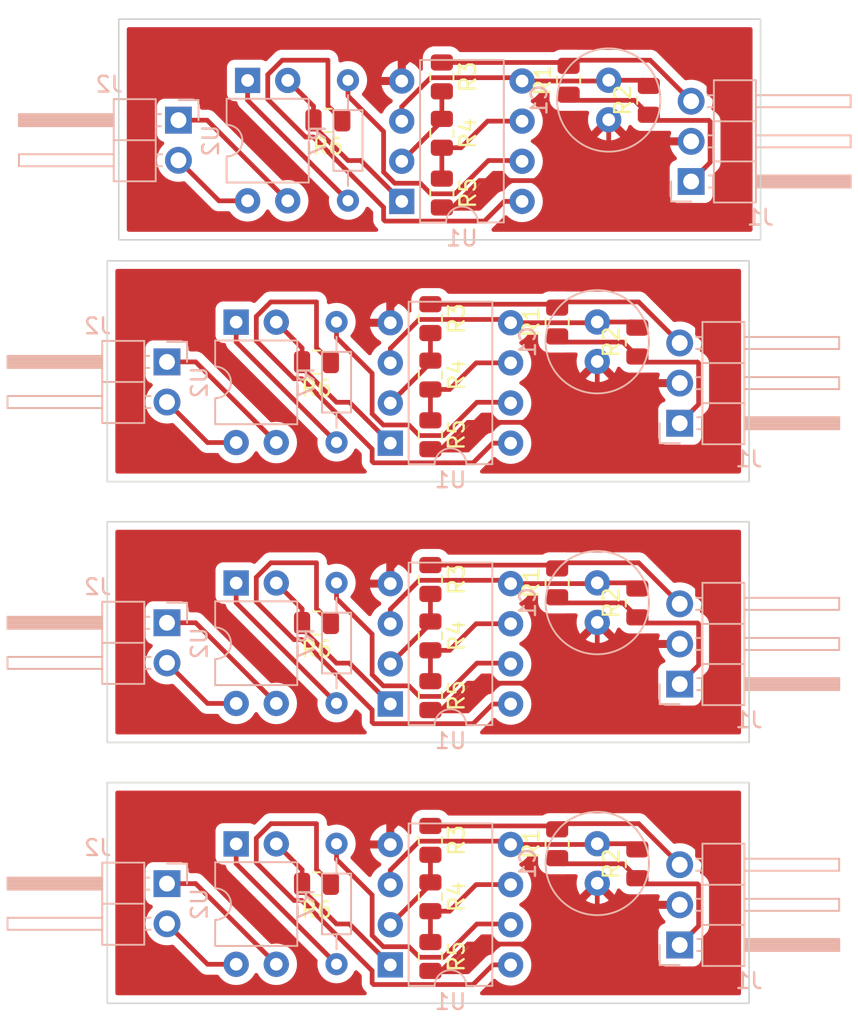
<source format=kicad_pcb>
(kicad_pcb (version 20211014) (generator pcbnew)
  (layers (0 "F.Cu" signal) (31 "B.Cu" signal) (34 "B.Paste" user) (35 "F.Paste" user) (36 "B.SilkS" user "B.Silkscreen") (37 "F.SilkS" user "F.Silkscreen") (38 "B.Mask" user) (39 "F.Mask" user) (44 "Edge.Cuts" user))
  (net 0 "")
  (net 1 "Net-(C1-Pad1)")
  (net 2 "GND")
  (net 3 "Net-(J1-Pad1)")
  (net 4 "+5V")
  (net 5 "Net-(J2-Pad1)")
  (net 6 "Net-(J2-Pad2)")
  (net 7 "Net-(R3-Pad2)")
  (net 8 "Net-(R4-Pad2)")
  (net 9 "Net-(R6-Pad2)")
  (net 10 "Net-(R7-Pad1)")
  (net 11 "Net-(R7-Pad2)")
  (footprint "Resistor_SMD:R_0805_2012Metric" (layer "F.Cu") (at 138.025 101.147064 -90)
    (fp_text reference "R4")
    (fp_text value "10K")
  )
  (footprint "Resistor_SMD:R_0805_2012Metric" (layer "F.Cu") (at 137.3 145.897064 -90)
    (fp_text reference "R3")
    (fp_text value "10K")
  )
  (footprint "Resistor_SMD:R_0805_2012Metric" (layer "F.Cu") (at 137.3 112.877064 -90)
    (fp_text reference "R3")
    (fp_text value "10K")
  )
  (footprint "Resistor_SMD:R_0805_2012Metric" (layer "F.Cu") (at 137.3 153.247064 -90)
    (fp_text reference "R5")
    (fp_text value "10K")
  )
  (footprint "Resistor_SMD:R_0805_2012Metric" (layer "F.Cu") (at 130.085 148.65 180)
    (fp_text reference "R6")
    (fp_text value "10K")
  )
  (footprint "Resistor_SMD:R_0805_2012Metric" (layer "F.Cu") (at 137.3 129.387064 -90)
    (fp_text reference "R3")
    (fp_text value "10K")
  )
  (footprint "Resistor_SMD:R_0805_2012Metric" (layer "F.Cu") (at 137.3 116.447064 -90)
    (fp_text reference "R4")
    (fp_text value "10K")
  )
  (footprint "Resistor_SMD:R_0805_2012Metric" (layer "F.Cu") (at 137.3 132.957064 -90)
    (fp_text reference "R4")
    (fp_text value "10K")
  )
  (footprint "Resistor_SMD:R_0805_2012Metric" (layer "F.Cu") (at 145.325 113.09 90)
    (fp_text reference "R1")
    (fp_text value "1M")
  )
  (footprint "Resistor_SMD:R_0805_2012Metric" (layer "F.Cu") (at 146.05 97.79 90)
    (fp_text reference "R1")
    (fp_text value "1M")
  )
  (footprint "Resistor_SMD:R_0805_2012Metric" (layer "F.Cu") (at 138.025 97.577064 -90)
    (fp_text reference "R3")
    (fp_text value "10K")
  )
  (footprint "Resistor_SMD:R_0805_2012Metric" (layer "F.Cu") (at 145.325 146.11 90)
    (fp_text reference "R1")
    (fp_text value "1M")
  )
  (footprint "Resistor_SMD:R_0805_2012Metric" (layer "F.Cu") (at 145.325 129.6 90)
    (fp_text reference "R1")
    (fp_text value "1M")
  )
  (footprint "Resistor_SMD:R_0805_2012Metric" (layer "F.Cu") (at 150.405 114.36 90)
    (fp_text reference "R2")
    (fp_text value "100K")
  )
  (footprint "Resistor_SMD:R_0805_2012Metric" (layer "F.Cu") (at 130.085 132.14 180)
    (fp_text reference "R6")
    (fp_text value "10K")
  )
  (footprint "Resistor_SMD:R_0805_2012Metric" (layer "F.Cu") (at 130.81 100.33 180)
    (fp_text reference "R6")
    (fp_text value "10K")
  )
  (footprint "Resistor_SMD:R_0805_2012Metric" (layer "F.Cu") (at 130.085 115.63 180)
    (fp_text reference "R6")
    (fp_text value "10K")
  )
  (footprint "Resistor_SMD:R_0805_2012Metric" (layer "F.Cu") (at 138.025 104.927064 -90)
    (fp_text reference "R5")
    (fp_text value "10K")
  )
  (footprint "Resistor_SMD:R_0805_2012Metric" (layer "F.Cu") (at 137.3 120.227064 -90)
    (fp_text reference "R5")
    (fp_text value "10K")
  )
  (footprint "Resistor_SMD:R_0805_2012Metric" (layer "F.Cu") (at 151.13 99.06 90)
    (fp_text reference "R2")
    (fp_text value "100K")
  )
  (footprint "Resistor_SMD:R_0805_2012Metric" (layer "F.Cu") (at 150.405 130.87 90)
    (fp_text reference "R2")
    (fp_text value "100K")
  )
  (footprint "Resistor_SMD:R_0805_2012Metric" (layer "F.Cu") (at 150.405 147.38 90)
    (fp_text reference "R2")
    (fp_text value "100K")
  )
  (footprint "Resistor_SMD:R_0805_2012Metric" (layer "F.Cu") (at 137.3 136.737064 -90)
    (fp_text reference "R5")
    (fp_text value "10K")
  )
  (footprint "Resistor_SMD:R_0805_2012Metric" (layer "F.Cu") (at 137.3 149.467064 -90)
    (fp_text reference "R4")
    (fp_text value "10K")
  )
  (footprint "Package_DIP:DIP-4_W7.62mm" (layer "B.Cu") (at 125 113.1 -90)
    (fp_text reference "U2")
    (fp_text value "SFH617A-1")
  )
  (footprint "Capacitor_THT:C_Radial_D6.3mm_H11.0mm_P2.50mm" (layer "B.Cu") (at 147.865 146.11 -90)
    (fp_text reference "C1")
    (fp_text value "10uF")
  )
  (footprint "Connector_PinHeader_2.54mm:PinHeader_1x03_P2.54mm_Horizontal" (layer "B.Cu") (at 153.085 119.497064)
    (fp_text reference "J1")
    (fp_text value "SensorIn")
  )
  (footprint "Capacitor_THT:C_Radial_D6.3mm_H11.0mm_P2.50mm" (layer "B.Cu") (at 148.59 97.79 -90)
    (fp_text reference "C1")
    (fp_text value "10uF")
  )
  (footprint "Resistor_THT:R_Axial_DIN0204_L3.6mm_D1.6mm_P7.62mm_Horizontal" (layer "B.Cu") (at 131.355 146.11 -90)
    (fp_text reference "R7")
    (fp_text value "150")
  )
  (footprint "Resistor_THT:R_Axial_DIN0204_L3.6mm_D1.6mm_P7.62mm_Horizontal" (layer "B.Cu") (at 131.355 113.09 -90)
    (fp_text reference "R7")
    (fp_text value "150")
  )
  (footprint "Package_DIP:DIP-8_W7.62mm" (layer "B.Cu") (at 134.76 153.777064)
    (fp_text reference "U1")
    (fp_text value "LM393")
  )
  (footprint "Connector_PinHeader_2.54mm:PinHeader_1x02_P2.54mm_Horizontal" (layer "B.Cu") (at 120.62 115.615 180)
    (fp_text reference "J2")
    (fp_text value "Swtich out")
  )
  (footprint "Connector_PinHeader_2.54mm:PinHeader_1x03_P2.54mm_Horizontal" (layer "B.Cu") (at 153.085 152.517064)
    (fp_text reference "J1")
    (fp_text value "SensorIn")
  )
  (footprint "Connector_PinHeader_2.54mm:PinHeader_1x03_P2.54mm_Horizontal" (layer "B.Cu") (at 153.81 104.197064)
    (fp_text reference "J1")
    (fp_text value "SensorIn")
  )
  (footprint "Capacitor_THT:C_Radial_D6.3mm_H11.0mm_P2.50mm" (layer "B.Cu") (at 147.865 113.09 -90)
    (fp_text reference "C1")
    (fp_text value "10uF")
  )
  (footprint "Connector_PinHeader_2.54mm:PinHeader_1x03_P2.54mm_Horizontal" (layer "B.Cu") (at 153.085 136.007064)
    (fp_text reference "J1")
    (fp_text value "SensorIn")
  )
  (footprint "Resistor_THT:R_Axial_DIN0204_L3.6mm_D1.6mm_P7.62mm_Horizontal" (layer "B.Cu") (at 132.08 97.79 -90)
    (fp_text reference "R7")
    (fp_text value "150")
  )
  (footprint "Connector_PinHeader_2.54mm:PinHeader_1x02_P2.54mm_Horizontal" (layer "B.Cu") (at 121.345 100.315 180)
    (fp_text reference "J2")
    (fp_text value "Swtich out")
  )
  (footprint "Package_DIP:DIP-4_W7.62mm" (layer "B.Cu") (at 125 146.12 -90)
    (fp_text reference "U2")
    (fp_text value "SFH617A-1")
  )
  (footprint "Connector_PinHeader_2.54mm:PinHeader_1x02_P2.54mm_Horizontal" (layer "B.Cu") (at 120.62 148.635 180)
    (fp_text reference "J2")
    (fp_text value "Swtich out")
  )
  (footprint "Capacitor_THT:C_Radial_D6.3mm_H11.0mm_P2.50mm" (layer "B.Cu") (at 147.865 129.6 -90)
    (fp_text reference "C1")
    (fp_text value "10uF")
  )
  (footprint "Package_DIP:DIP-8_W7.62mm" (layer "B.Cu") (at 134.76 120.757064)
    (fp_text reference "U1")
    (fp_text value "LM393")
  )
  (footprint "Connector_PinHeader_2.54mm:PinHeader_1x02_P2.54mm_Horizontal" (layer "B.Cu") (at 120.62 132.125 180)
    (fp_text reference "J2")
    (fp_text value "Swtich out")
  )
  (footprint "Package_DIP:DIP-8_W7.62mm" (layer "B.Cu") (at 135.485 105.457064)
    (fp_text reference "U1")
    (fp_text value "LM393")
  )
  (footprint "Package_DIP:DIP-8_W7.62mm" (layer "B.Cu") (at 134.76 137.267064)
    (fp_text reference "U1")
    (fp_text value "LM393")
  )
  (footprint "Package_DIP:DIP-4_W7.62mm" (layer "B.Cu") (at 125 129.61 -90)
    (fp_text reference "U2")
    (fp_text value "SFH617A-1")
  )
  (footprint "Package_DIP:DIP-4_W7.62mm" (layer "B.Cu") (at 125.725 97.8 -90)
    (fp_text reference "U2")
    (fp_text value "SFH617A-1")
  )
  (footprint "Resistor_THT:R_Axial_DIN0204_L3.6mm_D1.6mm_P7.62mm_Horizontal" (layer "B.Cu") (at 131.355 129.6 -90)
    (fp_text reference "R7")
    (fp_text value "150")
  )
  (gr_rect (start 116.84 142.24) (end 157.48 156.21) (layer "Edge.Cuts") (width 0.1) (fill none))
  (gr_rect (start 116.84 109.22) (end 157.48 123.19) (layer "Edge.Cuts") (width 0.1) (fill none))
  (gr_rect (start 116.84 125.73) (end 157.48 139.7) (layer "Edge.Cuts") (width 0.1) (fill none))
  (gr_rect (start 117.565 93.92) (end 158.205 107.89) (layer "Edge.Cuts") (width 0.1) (fill none))
  (segment (start 142.12 129.387064) (end 142.38 129.647064) (width 0.3) (layer "F.Cu") (net 1))
  (segment (start 142.38 146.157064) (end 147.817936 146.157064) (width 0.3) (layer "F.Cu") (net 1))
  (segment (start 142.845 97.577064) (end 143.105 97.837064) (width 0.3) (layer "F.Cu") (net 1))
  (segment (start 136.597936 112.927064) (end 134.76 114.765) (width 0.3) (layer "F.Cu") (net 1))
  (segment (start 147.817936 129.647064) (end 147.865 129.6) (width 0.3) (layer "F.Cu") (net 1))
  (segment (start 147.865 113.09) (end 150.0475 113.09) (width 0.3) (layer "F.Cu") (net 1))
  (segment (start 150.0475 113.09) (end 150.405 113.4475) (width 0.3) (layer "F.Cu") (net 1))
  (segment (start 136.597936 145.947064) (end 134.76 147.785) (width 0.3) (layer "F.Cu") (net 1))
  (segment (start 142.17 145.947064) (end 136.597936 145.947064) (width 0.3) (layer "F.Cu") (net 1))
  (segment (start 142.895 97.627064) (end 137.322936 97.627064) (width 0.3) (layer "F.Cu") (net 1))
  (segment (start 148.59 97.79) (end 150.7725 97.79) (width 0.3) (layer "F.Cu") (net 1))
  (segment (start 148.542936 97.837064) (end 148.59 97.79) (width 0.3) (layer "F.Cu") (net 1))
  (segment (start 142.38 113.137064) (end 142.17 112.927064) (width 0.3) (layer "F.Cu") (net 1))
  (segment (start 150.0475 129.6) (end 150.405 129.9575) (width 0.3) (layer "F.Cu") (net 1))
  (segment (start 142.38 129.647064) (end 142.17 129.437064) (width 0.3) (layer "F.Cu") (net 1))
  (segment (start 143.105 97.837064) (end 148.542936 97.837064) (width 0.3) (layer "F.Cu") (net 1))
  (segment (start 142.12 145.897064) (end 142.38 146.157064) (width 0.3) (layer "F.Cu") (net 1))
  (segment (start 147.817936 113.137064) (end 147.865 113.09) (width 0.3) (layer "F.Cu") (net 1))
  (segment (start 142.17 129.437064) (end 136.597936 129.437064) (width 0.3) (layer "F.Cu") (net 1))
  (segment (start 142.38 129.647064) (end 147.817936 129.647064) (width 0.3) (layer "F.Cu") (net 1))
  (segment (start 137.322936 97.627064) (end 135.485 99.465) (width 0.3) (layer "F.Cu") (net 1))
  (segment (start 142.17 112.927064) (end 136.597936 112.927064) (width 0.3) (layer "F.Cu") (net 1))
  (segment (start 142.38 113.137064) (end 147.817936 113.137064) (width 0.3) (layer "F.Cu") (net 1))
  (segment (start 136.597936 129.437064) (end 134.76 131.275) (width 0.3) (layer "F.Cu") (net 1))
  (segment (start 142.38 146.157064) (end 142.17 145.947064) (width 0.3) (layer "F.Cu") (net 1))
  (segment (start 147.817936 146.157064) (end 147.865 146.11) (width 0.3) (layer "F.Cu") (net 1))
  (segment (start 147.865 129.6) (end 150.0475 129.6) (width 0.3) (layer "F.Cu") (net 1))
  (segment (start 150.7725 97.79) (end 151.13 98.1475) (width 0.3) (layer "F.Cu") (net 1))
  (segment (start 134.76 114.765) (end 134.76 115.677064) (width 0.3) (layer "F.Cu") (net 1))
  (segment (start 134.76 131.275) (end 134.76 132.187064) (width 0.3) (layer "F.Cu") (net 1))
  (segment (start 135.485 99.465) (end 135.485 100.377064) (width 0.3) (layer "F.Cu") (net 1))
  (segment (start 143.105 97.837064) (end 142.895 97.627064) (width 0.3) (layer "F.Cu") (net 1))
  (segment (start 142.12 112.877064) (end 142.38 113.137064) (width 0.3) (layer "F.Cu") (net 1))
  (segment (start 150.0475 146.11) (end 150.405 146.4675) (width 0.3) (layer "F.Cu") (net 1))
  (segment (start 147.865 146.11) (end 150.0475 146.11) (width 0.3) (layer "F.Cu") (net 1))
  (segment (start 134.76 147.785) (end 134.76 148.697064) (width 0.3) (layer "F.Cu") (net 1))
  (segment (start 150.405 155) (end 147.865 152.46) (width 0.3) (layer "F.Cu") (net 2))
  (segment (start 155.485 147.38) (end 155.485 153.73) (width 0.3) (layer "F.Cu") (net 2))
  (segment (start 147.865 132.1) (end 144.015 135.95) (width 0.3) (layer "F.Cu") (net 2))
  (segment (start 136.435 110.55) (end 152.945 110.55) (width 0.3) (layer "F.Cu") (net 2))
  (segment (start 154.724993 147.38) (end 155.485 147.38) (width 0.3) (layer "F.Cu") (net 2))
  (segment (start 151.13 106.68) (end 148.59 104.14) (width 0.3) (layer "F.Cu") (net 2))
  (segment (start 144.015 152.46) (end 139.682106 152.46) (width 0.3) (layer "F.Cu") (net 2))
  (segment (start 152.945 127.06) (end 154.215 128.33) (width 0.3) (layer "F.Cu") (net 2))
  (segment (start 134.76 113.137064) (end 134.76 112.225) (width 0.3) (layer "F.Cu") (net 2))
  (segment (start 155.485 120.71) (end 154.215 121.98) (width 0.3) (layer "F.Cu") (net 2))
  (segment (start 156.21 105.41) (end 154.94 106.68) (width 0.3) (layer "F.Cu") (net 2))
  (segment (start 134.76 146.157064) (end 134.76 145.245) (width 0.3) (layer "F.Cu") (net 2))
  (segment (start 149.957064 101.657064) (end 148.59 100.29) (width 0.3) (layer "F.Cu") (net 2))
  (segment (start 139.682106 135.95) (end 137.982542 137.649564) (width 0.3) (layer "F.Cu") (net 2))
  (segment (start 148.59 104.14) (end 148.59 100.29) (width 0.3) (layer "F.Cu") (net 2))
  (segment (start 135.485 97.837064) (end 135.485 96.925) (width 0.3) (layer "F.Cu") (net 2))
  (segment (start 155.485 137.22) (end 154.215 138.49) (width 0.3) (layer "F.Cu") (net 2))
  (segment (start 134.76 145.245) (end 136.435 143.57) (width 0.3) (layer "F.Cu") (net 2))
  (segment (start 154.215 130.360007) (end 154.724993 130.87) (width 0.3) (layer "F.Cu") (net 2))
  (segment (start 154.215 111.82) (end 154.215 113.850007) (width 0.3) (layer "F.Cu") (net 2))
  (segment (start 155.485 130.87) (end 155.485 137.22) (width 0.3) (layer "F.Cu") (net 2))
  (segment (start 154.215 121.98) (end 150.405 121.98) (width 0.3) (layer "F.Cu") (net 2))
  (segment (start 153.085 116.957064) (end 149.232064 116.957064) (width 0.3) (layer "F.Cu") (net 2))
  (segment (start 154.215 128.33) (end 154.215 130.360007) (width 0.3) (layer "F.Cu") (net 2))
  (segment (start 134.76 128.735) (end 136.435 127.06) (width 0.3) (layer "F.Cu") (net 2))
  (segment (start 152.945 110.55) (end 154.215 111.82) (width 0.3) (layer "F.Cu") (net 2))
  (segment (start 138.707542 105.839564) (end 138.025 105.839564) (width 0.3) (layer "F.Cu") (net 2))
  (segment (start 149.232064 116.957064) (end 147.865 115.59) (width 0.3) (layer "F.Cu") (net 2))
  (segment (start 147.865 115.59) (end 144.015 119.44) (width 0.3) (layer "F.Cu") (net 2))
  (segment (start 136.435 127.06) (end 152.945 127.06) (width 0.3) (layer "F.Cu") (net 2))
  (segment (start 154.215 113.850007) (end 154.724993 114.36) (width 0.3) (layer "F.Cu") (net 2))
  (segment (start 156.21 99.06) (end 156.21 105.41) (width 0.3) (layer "F.Cu") (net 2))
  (segment (start 139.682106 152.46) (end 137.982542 154.159564) (width 0.3) (layer "F.Cu") (net 2))
  (segment (start 155.485 153.73) (end 154.215 155) (width 0.3) (layer "F.Cu") (net 2))
  (segment (start 137.982542 137.649564) (end 137.3 137.649564) (width 0.3) (layer "F.Cu") (net 2))
  (segment (start 144.74 104.14) (end 140.407106 104.14) (width 0.3) (layer "F.Cu") (net 2))
  (segment (start 153.085 149.977064) (end 149.232064 149.977064) (width 0.3) (layer "F.Cu") (net 2))
  (segment (start 137.982542 121.139564) (end 137.3 121.139564) (width 0.3) (layer "F.Cu") (net 2))
  (segment (start 134.76 112.225) (end 136.435 110.55) (width 0.3) (layer "F.Cu") (net 2))
  (segment (start 153.81 101.657064) (end 149.957064 101.657064) (width 0.3) (layer "F.Cu") (net 2))
  (segment (start 147.865 148.61) (end 144.015 152.46) (width 0.3) (layer "F.Cu") (net 2))
  (segment (start 149.232064 133.467064) (end 147.865 132.1) (width 0.3) (layer "F.Cu") (net 2))
  (segment (start 140.407106 104.14) (end 138.707542 105.839564) (width 0.3) (layer "F.Cu") (net 2))
  (segment (start 147.865 152.46) (end 147.865 148.61) (width 0.3) (layer "F.Cu") (net 2))
  (segment (start 137.982542 154.159564) (end 137.3 154.159564) (width 0.3) (layer "F.Cu") (net 2))
  (segment (start 148.59 100.29) (end 144.74 104.14) (width 0.3) (layer "F.Cu") (net 2))
  (segment (start 154.215 144.84) (end 154.215 146.870007) (width 0.3) (layer "F.Cu") (net 2))
  (segment (start 154.215 146.870007) (end 154.724993 147.38) (width 0.3) (layer "F.Cu") (net 2))
  (segment (start 137.16 95.25) (end 153.67 95.25) (width 0.3) (layer "F.Cu") (net 2))
  (segment (start 154.94 106.68) (end 151.13 106.68) (width 0.3) (layer "F.Cu") (net 2))
  (segment (start 150.405 121.98) (end 147.865 119.44) (width 0.3) (layer "F.Cu") (net 2))
  (segment (start 155.485 114.36) (end 155.485 120.71) (width 0.3) (layer "F.Cu") (net 2))
  (segment (start 135.485 96.925) (end 137.16 95.25) (width 0.3) (layer "F.Cu") (net 2))
  (segment (start 155.449993 99.06) (end 156.21 99.06) (width 0.3) (layer "F.Cu") (net 2))
  (segment (start 149.232064 149.977064) (end 147.865 148.61) (width 0.3) (layer "F.Cu") (net 2))
  (segment (start 147.865 135.95) (end 147.865 132.1) (width 0.3) (layer "F.Cu") (net 2))
  (segment (start 154.94 98.550007) (end 155.449993 99.06) (width 0.3) (layer "F.Cu") (net 2))
  (segment (start 134.76 129.647064) (end 134.76 128.735) (width 0.3) (layer "F.Cu") (net 2))
  (segment (start 154.94 96.52) (end 154.94 98.550007) (width 0.3) (layer "F.Cu") (net 2))
  (segment (start 144.015 119.44) (end 139.682106 119.44) (width 0.3) (layer "F.Cu") (net 2))
  (segment (start 153.67 95.25) (end 154.94 96.52) (width 0.3) (layer "F.Cu") (net 2))
  (segment (start 147.865 119.44) (end 147.865 115.59) (width 0.3) (layer "F.Cu") (net 2))
  (segment (start 154.724993 114.36) (end 155.485 114.36) (width 0.3) (layer "F.Cu") (net 2))
  (segment (start 153.085 133.467064) (end 149.232064 133.467064) (width 0.3) (layer "F.Cu") (net 2))
  (segment (start 144.015 135.95) (end 139.682106 135.95) (width 0.3) (layer "F.Cu") (net 2))
  (segment (start 154.215 155) (end 150.405 155) (width 0.3) (layer "F.Cu") (net 2))
  (segment (start 136.435 143.57) (end 152.945 143.57) (width 0.3) (layer "F.Cu") (net 2))
  (segment (start 150.405 138.49) (end 147.865 135.95) (width 0.3) (layer "F.Cu") (net 2))
  (segment (start 152.945 143.57) (end 154.215 144.84) (width 0.3) (layer "F.Cu") (net 2))
  (segment (start 154.724993 130.87) (end 155.485 130.87) (width 0.3) (layer "F.Cu") (net 2))
  (segment (start 154.215 138.49) (end 150.405 138.49) (width 0.3) (layer "F.Cu") (net 2))
  (segment (start 139.682106 119.44) (end 137.982542 121.139564) (width 0.3) (layer "F.Cu") (net 2))
  (segment (start 150.405 131.7825) (end 149.4925 130.87) (width 0.3) (layer "F.Cu") (net 3))
  (segment (start 151.4875 100.33) (end 151.13 99.9725) (width 0.3) (layer "F.Cu") (net 3))
  (segment (start 154.215 148.65) (end 150.7625 148.65) (width 0.3) (layer "F.Cu") (net 3))
  (segment (start 154.215 132.14) (end 150.7625 132.14) (width 0.3) (layer "F.Cu") (net 3))
  (segment (start 154.285 148.72) (end 154.215 148.65) (width 0.3) (layer "F.Cu") (net 3))
  (segment (start 154.285 118.297064) (end 154.285 115.7) (width 0.3) (layer "F.Cu") (net 3))
  (segment (start 153.085 136.007064) (end 154.285 134.807064) (width 0.3) (layer "F.Cu") (net 3))
  (segment (start 151.13 99.9725) (end 150.2175 99.06) (width 0.3) (layer "F.Cu") (net 3))
  (segment (start 150.2175 99.06) (end 146.4075 99.06) (width 0.3) (layer "F.Cu") (net 3))
  (segment (start 150.7625 115.63) (end 150.405 115.2725) (width 0.3) (layer "F.Cu") (net 3))
  (segment (start 150.7625 148.65) (end 150.405 148.2925) (width 0.3) (layer "F.Cu") (net 3))
  (segment (start 154.285 132.21) (end 154.215 132.14) (width 0.3) (layer "F.Cu") (net 3))
  (segment (start 145.6825 147.38) (end 145.325 147.0225) (width 0.3) (layer "F.Cu") (net 3))
  (segment (start 154.285 151.317064) (end 154.285 148.72) (width 0.3) (layer "F.Cu") (net 3))
  (segment (start 145.6825 114.36) (end 145.325 114.0025) (width 0.3) (layer "F.Cu") (net 3))
  (segment (start 155.01 100.4) (end 154.94 100.33) (width 0.3) (layer "F.Cu") (net 3))
  (segment (start 154.285 134.807064) (end 154.285 132.21) (width 0.3) (layer "F.Cu") (net 3))
  (segment (start 154.215 115.63) (end 150.7625 115.63) (width 0.3) (layer "F.Cu") (net 3))
  (segment (start 150.405 115.2725) (end 149.4925 114.36) (width 0.3) (layer "F.Cu") (net 3))
  (segment (start 153.085 119.497064) (end 154.285 118.297064) (width 0.3) (layer "F.Cu") (net 3))
  (segment (start 150.7625 132.14) (end 150.405 131.7825) (width 0.3) (layer "F.Cu") (net 3))
  (segment (start 154.285 115.7) (end 154.215 115.63) (width 0.3) (layer "F.Cu") (net 3))
  (segment (start 153.085 152.517064) (end 154.285 151.317064) (width 0.3) (layer "F.Cu") (net 3))
  (segment (start 145.6825 130.87) (end 145.325 130.5125) (width 0.3) (layer "F.Cu") (net 3))
  (segment (start 149.4925 130.87) (end 145.6825 130.87) (width 0.3) (layer "F.Cu") (net 3))
  (segment (start 146.4075 99.06) (end 146.05 98.7025) (width 0.3) (layer "F.Cu") (net 3))
  (segment (start 154.94 100.33) (end 151.4875 100.33) (width 0.3) (layer "F.Cu") (net 3))
  (segment (start 150.405 148.2925) (end 149.4925 147.38) (width 0.3) (layer "F.Cu") (net 3))
  (segment (start 153.81 104.197064) (end 155.01 102.997064) (width 0.3) (layer "F.Cu") (net 3))
  (segment (start 149.4925 114.36) (end 145.6825 114.36) (width 0.3) (layer "F.Cu") (net 3))
  (segment (start 155.01 102.997064) (end 155.01 100.4) (width 0.3) (layer "F.Cu") (net 3))
  (segment (start 149.4925 147.38) (end 145.6825 147.38) (width 0.3) (layer "F.Cu") (net 3))
  (segment (start 150.487936 144.84) (end 145.6825 144.84) (width 0.3) (layer "F.Cu") (net 4))
  (segment (start 146.4075 96.52) (end 146.05 96.8775) (width 0.3) (layer "F.Cu") (net 4))
  (segment (start 145.837064 96.664564) (end 146.05 96.8775) (width 0.3) (layer "F.Cu") (net 4))
  (segment (start 133.61 121.132106) (end 129.157894 116.68) (width 0.3) (layer "F.Cu") (net 4))
  (segment (start 134.43 106.702064) (end 134.335 106.607064) (width 0.3) (layer "F.Cu") (net 4))
  (segment (start 126.275 147.313528) (end 126.275 145.758654) (width 0.3) (layer "F.Cu") (net 4))
  (segment (start 140.00363 138.512064) (end 133.705 138.512064) (width 0.3) (layer "F.Cu") (net 4))
  (segment (start 133.61 121.907064) (end 133.61 121.132106) (width 0.3) (layer "F.Cu") (net 4))
  (segment (start 129.157894 116.68) (end 128.661472 116.68) (width 0.3) (layer "F.Cu") (net 4))
  (segment (start 130.085 114.7175) (end 130.085 111.82) (width 0.3) (layer "F.Cu") (net 4))
  (segment (start 151.212936 96.52) (end 146.4075 96.52) (width 0.3) (layer "F.Cu") (net 4))
  (segment (start 129.157894 149.7) (end 128.661472 149.7) (width 0.3) (layer "F.Cu") (net 4))
  (segment (start 145.6825 111.82) (end 145.325 112.1775) (width 0.3) (layer "F.Cu") (net 4))
  (segment (start 140.00363 122.002064) (end 133.705 122.002064) (width 0.3) (layer "F.Cu") (net 4))
  (segment (start 130.9975 115.63) (end 130.085 114.7175) (width 0.3) (layer "F.Cu") (net 4))
  (segment (start 126.275 129.248654) (end 127.193654 128.33) (width 0.3) (layer "F.Cu") (net 4))
  (segment (start 138.025 96.664564) (end 145.837064 96.664564) (width 0.3) (layer "F.Cu") (net 4))
  (segment (start 130.085 147.7375) (end 130.085 144.84) (width 0.3) (layer "F.Cu") (net 4))
  (segment (start 134.335 105.832106) (end 129.882894 101.38) (width 0.3) (layer "F.Cu") (net 4))
  (segment (start 145.112064 111.964564) (end 145.325 112.1775) (width 0.3) (layer "F.Cu") (net 4))
  (segment (start 141.24863 120.757064) (end 140.00363 122.002064) (width 0.3) (layer "F.Cu") (net 4))
  (segment (start 130.9975 148.65) (end 130.085 147.7375) (width 0.3) (layer "F.Cu") (net 4))
  (segment (start 142.38 153.777064) (end 141.24863 153.777064) (width 0.3) (layer "F.Cu") (net 4))
  (segment (start 153.81 99.117064) (end 151.212936 96.52) (width 0.3) (layer "F.Cu") (net 4))
  (segment (start 129.882894 101.38) (end 129.386472 101.38) (width 0.3) (layer "F.Cu") (net 4))
  (segment (start 142.38 120.757064) (end 141.24863 120.757064) (width 0.3) (layer "F.Cu") (net 4))
  (segment (start 129.157894 133.19) (end 128.661472 133.19) (width 0.3) (layer "F.Cu") (net 4))
  (segment (start 150.487936 111.82) (end 145.6825 111.82) (width 0.3) (layer "F.Cu") (net 4))
  (segment (start 128.661472 116.68) (end 126.275 114.293528) (width 0.3) (layer "F.Cu") (net 4))
  (segment (start 130.81 99.4175) (end 130.81 96.52) (width 0.3) (layer "F.Cu") (net 4))
  (segment (start 134.335 106.607064) (end 134.335 105.832106) (width 0.3) (layer "F.Cu") (net 4))
  (segment (start 133.61 138.417064) (end 133.61 137.642106) (width 0.3) (layer "F.Cu") (net 4))
  (segment (start 128.661472 133.19) (end 126.275 130.803528) (width 0.3) (layer "F.Cu") (net 4))
  (segment (start 140.00363 155.022064) (end 133.705 155.022064) (width 0.3) (layer "F.Cu") (net 4))
  (segment (start 127.193654 144.84) (end 130.085 144.84) (width 0.3) (layer "F.Cu") (net 4))
  (segment (start 130.9975 132.14) (end 130.085 131.2275) (width 0.3) (layer "F.Cu") (net 4))
  (segment (start 127 97.438654) (end 127.918654 96.52) (width 0.3) (layer "F.Cu") (net 4))
  (segment (start 145.6825 144.84) (end 145.325 145.1975) (width 0.3) (layer "F.Cu") (net 4))
  (segment (start 133.61 137.642106) (end 129.157894 133.19) (width 0.3) (layer "F.Cu") (net 4))
  (segment (start 145.112064 128.474564) (end 145.325 128.6875) (width 0.3) (layer "F.Cu") (net 4))
  (segment (start 153.085 147.437064) (end 150.487936 144.84) (width 0.3) (layer "F.Cu") (net 4))
  (segment (start 126.275 112.738654) (end 127.193654 111.82) (width 0.3) (layer "F.Cu") (net 4))
  (segment (start 133.705 138.512064) (end 133.61 138.417064) (width 0.3) (layer "F.Cu") (net 4))
  (segment (start 133.705 122.002064) (end 133.61 121.907064) (width 0.3) (layer "F.Cu") (net 4))
  (segment (start 126.275 114.293528) (end 126.275 112.738654) (width 0.3) (layer "F.Cu") (net 4))
  (segment (start 145.112064 144.984564) (end 145.325 145.1975) (width 0.3) (layer "F.Cu") (net 4))
  (segment (start 128.661472 149.7) (end 126.275 147.313528) (width 0.3) (layer "F.Cu") (net 4))
  (segment (start 153.085 114.417064) (end 150.487936 111.82) (width 0.3) (layer "F.Cu") (net 4))
  (segment (start 145.6825 128.33) (end 145.325 128.6875) (width 0.3) (layer "F.Cu") (net 4))
  (segment (start 127.193654 128.33) (end 130.085 128.33) (width 0.3) (layer "F.Cu") (net 4))
  (segment (start 131.7225 100.33) (end 130.81 99.4175) (width 0.3) (layer "F.Cu") (net 4))
  (segment (start 150.487936 128.33) (end 145.6825 128.33) (width 0.3) (layer "F.Cu") (net 4))
  (segment (start 141.24863 153.777064) (end 140.00363 155.022064) (width 0.3) (layer "F.Cu") (net 4))
  (segment (start 133.61 154.927064) (end 133.61 154.152106) (width 0.3) (layer "F.Cu") (net 4))
  (segment (start 137.3 144.984564) (end 145.112064 144.984564) (width 0.3) (layer "F.Cu") (net 4))
  (segment (start 126.275 145.758654) (end 127.193654 144.84) (width 0.3) (layer "F.Cu") (net 4))
  (segment (start 137.3 128.474564) (end 145.112064 128.474564) (width 0.3) (layer "F.Cu") (net 4))
  (segment (start 133.705 155.022064) (end 133.61 154.927064) (width 0.3) (layer "F.Cu") (net 4))
  (segment (start 153.085 130.927064) (end 150.487936 128.33) (width 0.3) (layer "F.Cu") (net 4))
  (segment (start 130.085 131.2275) (end 130.085 128.33) (width 0.3) (layer "F.Cu") (net 4))
  (segment (start 137.3 111.964564) (end 145.112064 111.964564) (width 0.3) (layer "F.Cu") (net 4))
  (segment (start 141.24863 137.267064) (end 140.00363 138.512064) (width 0.3) (layer "F.Cu") (net 4))
  (segment (start 142.38 137.267064) (end 141.24863 137.267064) (width 0.3) (layer "F.Cu") (net 4))
  (segment (start 141.97363 105.457064) (end 140.72863 106.702064) (width 0.3) (layer "F.Cu") (net 4))
  (segment (start 129.386472 101.38) (end 127 98.993528) (width 0.3) (layer "F.Cu") (net 4))
  (segment (start 126.275 130.803528) (end 126.275 129.248654) (width 0.3) (layer "F.Cu") (net 4))
  (segment (start 127 98.993528) (end 127 97.438654) (width 0.3) (layer "F.Cu") (net 4))
  (segment (start 127.918654 96.52) (end 130.81 96.52) (width 0.3) (layer "F.Cu") (net 4))
  (segment (start 143.105 105.457064) (end 141.97363 105.457064) (width 0.3) (layer "F.Cu") (net 4))
  (segment (start 133.61 154.152106) (end 129.157894 149.7) (width 0.3) (layer "F.Cu") (net 4))
  (segment (start 140.72863 106.702064) (end 134.43 106.702064) (width 0.3) (layer "F.Cu") (net 4))
  (segment (start 127.193654 111.82) (end 130.085 111.82) (width 0.3) (layer "F.Cu") (net 4))
  (segment (start 122.435 148.635) (end 127.54 153.74) (width 0.3) (layer "F.Cu") (net 5))
  (segment (start 122.435 115.615) (end 127.54 120.72) (width 0.3) (layer "F.Cu") (net 5))
  (segment (start 120.62 132.125) (end 122.435 132.125) (width 0.3) (layer "F.Cu") (net 5))
  (segment (start 120.62 115.615) (end 122.435 115.615) (width 0.3) (layer "F.Cu") (net 5))
  (segment (start 123.16 100.315) (end 128.265 105.42) (width 0.3) (layer "F.Cu") (net 5))
  (segment (start 121.345 100.315) (end 123.16 100.315) (width 0.3) (layer "F.Cu") (net 5))
  (segment (start 122.435 132.125) (end 127.54 137.23) (width 0.3) (layer "F.Cu") (net 5))
  (segment (start 120.62 148.635) (end 122.435 148.635) (width 0.3) (layer "F.Cu") (net 5))
  (segment (start 123.185 120.72) (end 120.62 118.155) (width 0.3) (layer "F.Cu") (net 6))
  (segment (start 123.185 137.23) (end 120.62 134.665) (width 0.3) (layer "F.Cu") (net 6))
  (segment (start 123.91 105.42) (end 121.345 102.855) (width 0.3) (layer "F.Cu") (net 6))
  (segment (start 125 137.23) (end 123.185 137.23) (width 0.3) (layer "F.Cu") (net 6))
  (segment (start 123.185 153.74) (end 120.62 151.175) (width 0.3) (layer "F.Cu") (net 6))
  (segment (start 125.725 105.42) (end 123.91 105.42) (width 0.3) (layer "F.Cu") (net 6))
  (segment (start 125 120.72) (end 123.185 120.72) (width 0.3) (layer "F.Cu") (net 6))
  (segment (start 125 153.74) (end 123.185 153.74) (width 0.3) (layer "F.Cu") (net 6))
  (segment (start 138.025 100.377064) (end 135.485 102.917064) (width 0.3) (layer "F.Cu") (net 7))
  (segment (start 138.025 98.489564) (end 138.025 100.234564) (width 0.3) (layer "F.Cu") (net 7))
  (segment (start 137.3 148.554564) (end 137.3 148.697064) (width 0.3) (layer "F.Cu") (net 7))
  (segment (start 138.025 100.234564) (end 138.025 100.377064) (width 0.3) (layer "F.Cu") (net 7))
  (segment (start 137.3 130.299564) (end 137.3 132.044564) (width 0.3) (layer "F.Cu") (net 7))
  (segment (start 137.3 146.809564) (end 137.3 148.554564) (width 0.3) (layer "F.Cu") (net 7))
  (segment (start 137.3 132.187064) (end 134.76 134.727064) (width 0.3) (layer "F.Cu") (net 7))
  (segment (start 137.3 115.677064) (end 134.76 118.217064) (width 0.3) (layer "F.Cu") (net 7))
  (segment (start 137.3 148.697064) (end 134.76 151.237064) (width 0.3) (layer "F.Cu") (net 7))
  (segment (start 137.3 115.534564) (end 137.3 115.677064) (width 0.3) (layer "F.Cu") (net 7))
  (segment (start 137.3 132.044564) (end 137.3 132.187064) (width 0.3) (layer "F.Cu") (net 7))
  (segment (start 137.3 113.789564) (end 137.3 115.534564) (width 0.3) (layer "F.Cu") (net 7))
  (segment (start 137.3 150.379564) (end 138.515436 150.379564) (width 0.3) (layer "F.Cu") (net 8))
  (segment (start 138.515436 117.359564) (end 140.197936 115.677064) (width 0.3) (layer "F.Cu") (net 8))
  (segment (start 137.3 133.869564) (end 137.3 135.824564) (width 0.3) (layer "F.Cu") (net 8))
  (segment (start 138.025 102.059564) (end 139.240436 102.059564) (width 0.3) (layer "F.Cu") (net 8))
  (segment (start 138.025 102.059564) (end 138.025 104.014564) (width 0.3) (layer "F.Cu") (net 8))
  (segment (start 137.3 117.359564) (end 138.515436 117.359564) (width 0.3) (layer "F.Cu") (net 8))
  (segment (start 140.922936 100.377064) (end 143.105 100.377064) (width 0.3) (layer "F.Cu") (net 8))
  (segment (start 139.240436 102.059564) (end 140.922936 100.377064) (width 0.3) (layer "F.Cu") (net 8))
  (segment (start 137.3 133.869564) (end 138.515436 133.869564) (width 0.3) (layer "F.Cu") (net 8))
  (segment (start 137.3 150.379564) (end 137.3 152.334564) (width 0.3) (layer "F.Cu") (net 8))
  (segment (start 138.515436 150.379564) (end 140.197936 148.697064) (width 0.3) (layer "F.Cu") (net 8))
  (segment (start 140.197936 148.697064) (end 142.38 148.697064) (width 0.3) (layer "F.Cu") (net 8))
  (segment (start 140.197936 115.677064) (end 142.38 115.677064) (width 0.3) (layer "F.Cu") (net 8))
  (segment (start 138.515436 133.869564) (end 140.197936 132.187064) (width 0.3) (layer "F.Cu") (net 8))
  (segment (start 140.197936 132.187064) (end 142.38 132.187064) (width 0.3) (layer "F.Cu") (net 8))
  (segment (start 137.3 117.359564) (end 137.3 119.314564) (width 0.3) (layer "F.Cu") (net 8))
  (segment (start 134.76 153.777064) (end 132.172936 151.19) (width 0.3) (layer "F.Cu") (net 9))
  (segment (start 128.265 97.8) (end 129.8975 99.4325) (width 0.3) (layer "F.Cu") (net 9))
  (segment (start 131.355 134.68) (end 129.1725 132.4975) (width 0.3) (layer "F.Cu") (net 9))
  (segment (start 131.355 151.19) (end 129.1725 149.0075) (width 0.3) (layer "F.Cu") (net 9))
  (segment (start 129.1725 115.9875) (end 129.1725 115.63) (width 0.3) (layer "F.Cu") (net 9))
  (segment (start 129.1725 114.7325) (end 129.1725 115.63) (width 0.3) (layer "F.Cu") (net 9))
  (segment (start 132.897936 102.87) (end 132.08 102.87) (width 0.3) (layer "F.Cu") (net 9))
  (segment (start 132.172936 134.68) (end 131.355 134.68) (width 0.3) (layer "F.Cu") (net 9))
  (segment (start 134.76 137.267064) (end 132.172936 134.68) (width 0.3) (layer "F.Cu") (net 9))
  (segment (start 135.485 105.457064) (end 132.897936 102.87) (width 0.3) (layer "F.Cu") (net 9))
  (segment (start 131.355 118.17) (end 129.1725 115.9875) (width 0.3) (layer "F.Cu") (net 9))
  (segment (start 127.54 129.61) (end 129.1725 131.2425) (width 0.3) (layer "F.Cu") (net 9))
  (segment (start 132.172936 118.17) (end 131.355 118.17) (width 0.3) (layer "F.Cu") (net 9))
  (segment (start 129.1725 147.7525) (end 129.1725 148.65) (width 0.3) (layer "F.Cu") (net 9))
  (segment (start 127.54 146.12) (end 129.1725 147.7525) (width 0.3) (layer "F.Cu") (net 9))
  (segment (start 129.1725 131.2425) (end 129.1725 132.14) (width 0.3) (layer "F.Cu") (net 9))
  (segment (start 129.1725 132.4975) (end 129.1725 132.14) (width 0.3) (layer "F.Cu") (net 9))
  (segment (start 129.1725 149.0075) (end 129.1725 148.65) (width 0.3) (layer "F.Cu") (net 9))
  (segment (start 134.76 120.757064) (end 132.172936 118.17) (width 0.3) (layer "F.Cu") (net 9))
  (segment (start 127.54 113.1) (end 129.1725 114.7325) (width 0.3) (layer "F.Cu") (net 9))
  (segment (start 132.172936 151.19) (end 131.355 151.19) (width 0.3) (layer "F.Cu") (net 9))
  (segment (start 132.08 102.87) (end 129.8975 100.6875) (width 0.3) (layer "F.Cu") (net 9))
  (segment (start 129.8975 99.4325) (end 129.8975 100.33) (width 0.3) (layer "F.Cu") (net 9))
  (segment (start 129.8975 100.6875) (end 129.8975 100.33) (width 0.3) (layer "F.Cu") (net 9))
  (segment (start 134.317106 152.627064) (end 135.931472 152.627064) (width 0.3) (layer "F.Cu") (net 10))
  (segment (start 134.317106 136.117064) (end 135.931472 136.117064) (width 0.3) (layer "F.Cu") (net 10))
  (segment (start 135.931472 119.607064) (end 136.601472 120.277064) (width 0.3) (layer "F.Cu") (net 10))
  (segment (start 137.326472 104.977064) (end 138.862936 104.977064) (width 0.3) (layer "F.Cu") (net 10))
  (segment (start 133.61 149.354949) (end 133.61 151.919958) (width 0.3) (layer "F.Cu") (net 10))
  (segment (start 135.931472 136.117064) (end 136.601472 136.787064) (width 0.3) (layer "F.Cu") (net 10))
  (segment (start 135.931472 152.627064) (end 136.601472 153.297064) (width 0.3) (layer "F.Cu") (net 10))
  (segment (start 131.355 130.589949) (end 133.61 132.844949) (width 0.3) (layer "F.Cu") (net 10))
  (segment (start 138.137936 153.297064) (end 140.245 151.19) (width 0.3) (layer "F.Cu") (net 10))
  (segment (start 133.61 151.919958) (end 134.317106 152.627064) (width 0.3) (layer "F.Cu") (net 10))
  (segment (start 138.862936 104.977064) (end 140.97 102.87) (width 0.3) (layer "F.Cu") (net 10))
  (segment (start 131.355 147.099949) (end 133.61 149.354949) (width 0.3) (layer "F.Cu") (net 10))
  (segment (start 138.137936 136.787064) (end 140.245 134.68) (width 0.3) (layer "F.Cu") (net 10))
  (segment (start 142.332936 118.17) (end 142.38 118.217064) (width 0.3) (layer "F.Cu") (net 10))
  (segment (start 142.332936 151.19) (end 142.38 151.237064) (width 0.3) (layer "F.Cu") (net 10))
  (segment (start 134.317106 119.607064) (end 135.931472 119.607064) (width 0.3) (layer "F.Cu") (net 10))
  (segment (start 133.61 118.899958) (end 134.317106 119.607064) (width 0.3) (layer "F.Cu") (net 10))
  (segment (start 142.332936 134.68) (end 142.38 134.727064) (width 0.3) (layer "F.Cu") (net 10))
  (segment (start 131.355 113.09) (end 131.355 114.079949) (width 0.3) (layer "F.Cu") (net 10))
  (segment (start 131.355 114.079949) (end 133.61 116.334949) (width 0.3) (layer "F.Cu") (net 10))
  (segment (start 134.335 101.034949) (end 134.335 103.599958) (width 0.3) (layer "F.Cu") (net 10))
  (segment (start 136.601472 120.277064) (end 138.137936 120.277064) (width 0.3) (layer "F.Cu") (net 10))
  (segment (start 140.245 118.17) (end 142.332936 118.17) (width 0.3) (layer "F.Cu") (net 10))
  (segment (start 131.355 129.6) (end 131.355 130.589949) (width 0.3) (layer "F.Cu") (net 10))
  (segment (start 133.61 135.409958) (end 134.317106 136.117064) (width 0.3) (layer "F.Cu") (net 10))
  (segment (start 143.057936 102.87) (end 143.105 102.917064) (width 0.3) (layer "F.Cu") (net 10))
  (segment (start 133.61 116.334949) (end 133.61 118.899958) (width 0.3) (layer "F.Cu") (net 10))
  (segment (start 140.245 151.19) (end 142.332936 151.19) (width 0.3) (layer "F.Cu") (net 10))
  (segment (start 136.656472 104.307064) (end 137.326472 104.977064) (width 0.3) (layer "F.Cu") (net 10))
  (segment (start 140.97 102.87) (end 143.057936 102.87) (width 0.3) (layer "F.Cu") (net 10))
  (segment (start 136.601472 153.297064) (end 138.137936 153.297064) (width 0.3) (layer "F.Cu") (net 10))
  (segment (start 133.61 132.844949) (end 133.61 135.409958) (width 0.3) (layer "F.Cu") (net 10))
  (segment (start 138.137936 120.277064) (end 140.245 118.17) (width 0.3) (layer "F.Cu") (net 10))
  (segment (start 132.08 98.779949) (end 134.335 101.034949) (width 0.3) (layer "F.Cu") (net 10))
  (segment (start 140.245 134.68) (end 142.332936 134.68) (width 0.3) (layer "F.Cu") (net 10))
  (segment (start 134.335 103.599958) (end 135.042106 104.307064) (width 0.3) (layer "F.Cu") (net 10))
  (segment (start 136.601472 136.787064) (end 138.137936 136.787064) (width 0.3) (layer "F.Cu") (net 10))
  (segment (start 135.042106 104.307064) (end 136.656472 104.307064) (width 0.3) (layer "F.Cu") (net 10))
  (segment (start 131.355 146.11) (end 131.355 147.099949) (width 0.3) (layer "F.Cu") (net 10))
  (segment (start 132.08 97.79) (end 132.08 98.779949) (width 0.3) (layer "F.Cu") (net 10))
  (segment (start 125 147.375) (end 131.355 153.73) (width 0.3) (layer "F.Cu") (net 11))
  (segment (start 125 113.1) (end 125 114.355) (width 0.3) (layer "F.Cu") (net 11))
  (segment (start 125.725 99.055) (end 132.08 105.41) (width 0.3) (layer "F.Cu") (net 11))
  (segment (start 125.725 97.8) (end 125.725 99.055) (width 0.3) (layer "F.Cu") (net 11))
  (segment (start 125 129.61) (end 125 130.865) (width 0.3) (layer "F.Cu") (net 11))
  (segment (start 125 130.865) (end 131.355 137.22) (width 0.3) (layer "F.Cu") (net 11))
  (segment (start 125 146.12) (end 125 147.375) (width 0.3) (layer "F.Cu") (net 11))
  (segment (start 125 114.355) (end 131.355 120.71) (width 0.3) (layer "F.Cu") (net 11))
  (zone (net 2) (net_name "GND") (layer "F.Cu") (connect_pads (clearance 0.508)) (min_thickness 0.254) (fill yes (thermal_gap 0.508) (thermal_bridge_width 0.508))
    (polygon (pts (xy 158.025 124.52) (xy 112.305 124.52) (xy 112.305 108.01) (xy 158.025 108.01)))
  )
  (zone (net 2) (net_name "GND") (layer "F.Cu") (connect_pads (clearance 0.508)) (min_thickness 0.254) (fill yes (thermal_gap 0.508) (thermal_bridge_width 0.508))
    (polygon (pts (xy 158.75 109.22) (xy 113.03 109.22) (xy 113.03 92.71) (xy 158.75 92.71)))
  )
  (zone (net 2) (net_name "GND") (layer "F.Cu") (connect_pads (clearance 0.508)) (min_thickness 0.254) (fill yes (thermal_gap 0.508) (thermal_bridge_width 0.508))
    (polygon (pts (xy 158.025 141.03) (xy 112.305 141.03) (xy 112.305 124.52) (xy 158.025 124.52)))
  )
  (zone (net 2) (net_name "GND") (layer "F.Cu") (connect_pads (clearance 0.508)) (min_thickness 0.254) (fill yes (thermal_gap 0.508) (thermal_bridge_width 0.508))
    (polygon (pts (xy 158.025 157.54) (xy 112.305 157.54) (xy 112.305 141.03) (xy 158.025 141.03)))
  )
)
</source>
